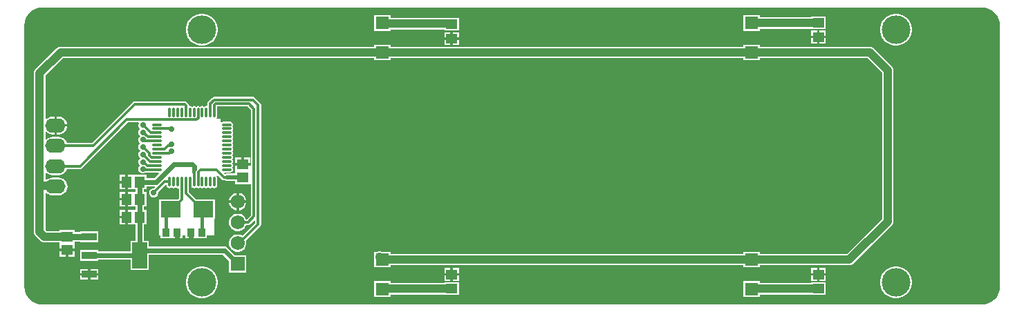
<source format=gbl>
G04*
G04 #@! TF.GenerationSoftware,Altium Limited,Altium Designer,22.9.1 (49)*
G04*
G04 Layer_Physical_Order=2*
G04 Layer_Color=16711680*
%FSLAX44Y44*%
%MOMM*%
G71*
G04*
G04 #@! TF.SameCoordinates,C968DB6C-065F-4184-BE5B-E643EC6D71FD*
G04*
G04*
G04 #@! TF.FilePolarity,Positive*
G04*
G01*
G75*
%ADD12R,1.6000X1.5000*%
%ADD13R,1.3500X1.1500*%
%ADD24C,0.5000*%
%ADD25C,0.3000*%
%ADD26C,1.0000*%
%ADD27C,0.8000*%
%ADD28O,2.5000X1.7500*%
%ADD29R,1.7250X1.7250*%
%ADD30C,1.7250*%
%ADD31C,3.5000*%
%ADD32C,0.7000*%
%ADD33O,0.3000X1.2000*%
%ADD34O,1.2000X0.3000*%
%ADD35R,1.3000X1.4000*%
%ADD36R,1.8500X0.9000*%
%ADD37R,1.8500X3.2000*%
%ADD38R,0.9000X1.0000*%
%ADD39R,2.4000X2.0000*%
%ADD40R,1.4000X1.3000*%
%ADD41C,0.6000*%
%ADD42C,0.4000*%
G36*
X1179337Y366803D02*
X1183507Y365538D01*
X1187350Y363484D01*
X1190719Y360719D01*
X1193484Y357350D01*
X1195538Y353507D01*
X1196803Y349337D01*
X1197219Y345114D01*
X1197196Y345000D01*
Y25000D01*
X1197219Y24886D01*
X1196803Y20663D01*
X1195538Y16493D01*
X1193484Y12650D01*
X1190719Y9281D01*
X1187350Y6516D01*
X1183507Y4462D01*
X1179337Y3197D01*
X1175114Y2781D01*
X1175000Y2804D01*
X25000D01*
X24886Y2781D01*
X20663Y3197D01*
X16493Y4462D01*
X12650Y6516D01*
X9281Y9281D01*
X6516Y12650D01*
X4462Y16493D01*
X3197Y20663D01*
X2781Y24886D01*
X2804Y25000D01*
Y345344D01*
X3197Y349337D01*
X4462Y353507D01*
X6516Y357350D01*
X9281Y360719D01*
X12650Y363484D01*
X16493Y365538D01*
X20663Y366803D01*
X24656Y367196D01*
X1175000D01*
X1175114Y367219D01*
X1179337Y366803D01*
D02*
G37*
%LPC*%
G36*
X903000Y357500D02*
X883000D01*
Y338500D01*
X903000D01*
Y341190D01*
X966250D01*
Y340750D01*
X983750D01*
Y356250D01*
X966250D01*
Y355310D01*
X903000D01*
Y357500D01*
D02*
G37*
G36*
X451000D02*
X431000D01*
Y338500D01*
X451000D01*
Y340190D01*
X517250D01*
Y338750D01*
X534750D01*
Y354250D01*
X525709D01*
X525250Y354310D01*
X451000D01*
Y357500D01*
D02*
G37*
G36*
X983750Y338750D02*
X976500D01*
Y332500D01*
X983750D01*
Y338750D01*
D02*
G37*
G36*
X973500D02*
X966250D01*
Y332500D01*
X973500D01*
Y338750D01*
D02*
G37*
G36*
X534750Y336750D02*
X527500D01*
Y330500D01*
X534750D01*
Y336750D01*
D02*
G37*
G36*
X524500D02*
X517250D01*
Y330500D01*
X524500D01*
Y336750D01*
D02*
G37*
G36*
X983750Y329500D02*
X976500D01*
Y323250D01*
X983750D01*
Y329500D01*
D02*
G37*
G36*
X973500D02*
X966250D01*
Y323250D01*
X973500D01*
Y329500D01*
D02*
G37*
G36*
X534750Y327500D02*
X527500D01*
Y321250D01*
X534750D01*
Y327500D01*
D02*
G37*
G36*
X524500D02*
X517250D01*
Y321250D01*
X524500D01*
Y327500D01*
D02*
G37*
G36*
X1071921Y359500D02*
X1068079D01*
X1064312Y358751D01*
X1060763Y357281D01*
X1057570Y355147D01*
X1054853Y352430D01*
X1052719Y349237D01*
X1051249Y345688D01*
X1050500Y341921D01*
Y338079D01*
X1051249Y334312D01*
X1052719Y330763D01*
X1054853Y327569D01*
X1057570Y324853D01*
X1060763Y322719D01*
X1064312Y321249D01*
X1068079Y320500D01*
X1071921D01*
X1075688Y321249D01*
X1079237Y322719D01*
X1082430Y324853D01*
X1085147Y327569D01*
X1087281Y330763D01*
X1088751Y334312D01*
X1089500Y338079D01*
Y341921D01*
X1088751Y345688D01*
X1087281Y349237D01*
X1085147Y352430D01*
X1082430Y355147D01*
X1079237Y357281D01*
X1075688Y358751D01*
X1071921Y359500D01*
D02*
G37*
G36*
X221921D02*
X218079D01*
X214312Y358751D01*
X210763Y357281D01*
X207570Y355147D01*
X204853Y352430D01*
X202719Y349237D01*
X201249Y345688D01*
X200500Y341921D01*
Y338079D01*
X201249Y334312D01*
X202719Y330763D01*
X204853Y327569D01*
X207570Y324853D01*
X210763Y322719D01*
X214312Y321249D01*
X218079Y320500D01*
X221921D01*
X225688Y321249D01*
X229237Y322719D01*
X232430Y324853D01*
X235147Y327569D01*
X237281Y330763D01*
X238751Y334312D01*
X239500Y338079D01*
Y341921D01*
X238751Y345688D01*
X237281Y349237D01*
X235147Y352430D01*
X232430Y355147D01*
X229237Y357281D01*
X225688Y358751D01*
X221921Y359500D01*
D02*
G37*
G36*
X903000Y321500D02*
X883000D01*
Y319060D01*
X451000D01*
Y321500D01*
X431000D01*
Y319060D01*
X47000D01*
X45173Y318820D01*
X43470Y318114D01*
X42008Y316992D01*
X16508Y291492D01*
X15386Y290030D01*
X14680Y288327D01*
X14440Y286500D01*
Y149000D01*
X14505Y148506D01*
Y91858D01*
X14745Y90030D01*
X15451Y88328D01*
X16573Y86865D01*
X22430Y81007D01*
X23893Y79886D01*
X25596Y79180D01*
X27423Y78940D01*
X46000D01*
Y71500D01*
X64000D01*
Y79882D01*
X70750D01*
Y79500D01*
X93250D01*
Y92500D01*
X70750D01*
Y92118D01*
X64000D01*
Y94500D01*
X46000D01*
Y93060D01*
X30347D01*
X28625Y94782D01*
Y139145D01*
X29895Y139593D01*
X31829Y138110D01*
X34444Y137027D01*
X37250Y136657D01*
X44750D01*
X47556Y137027D01*
X50171Y138110D01*
X52417Y139833D01*
X54140Y142079D01*
X55223Y144694D01*
X55593Y147500D01*
X55223Y150306D01*
X54140Y152921D01*
X52417Y155167D01*
X50171Y156890D01*
X47556Y157973D01*
X44750Y158343D01*
X37250D01*
X34444Y157973D01*
X31829Y156890D01*
X30663Y155995D01*
X28560D01*
Y164258D01*
X29830Y164643D01*
X31829Y163110D01*
X34444Y162027D01*
X37250Y161657D01*
X44750D01*
X47556Y162027D01*
X50171Y163110D01*
X52417Y164833D01*
X54140Y167079D01*
X54908Y168932D01*
X70966D01*
X72331Y169203D01*
X73489Y169977D01*
X129701Y226189D01*
X141897D01*
X142746Y224919D01*
X142404Y224094D01*
Y221906D01*
X143241Y219884D01*
X144674Y218452D01*
X143241Y217019D01*
X142404Y214998D01*
Y212810D01*
X143241Y210788D01*
X144578Y209452D01*
X143241Y208116D01*
X142404Y206094D01*
Y203906D01*
X143241Y201884D01*
X144674Y200452D01*
X143241Y199019D01*
X142404Y196998D01*
Y194810D01*
X143241Y192788D01*
X144578Y191452D01*
X143241Y190116D01*
X142404Y188094D01*
Y185906D01*
X143241Y183885D01*
X144783Y182342D01*
X143241Y180800D01*
X142404Y178779D01*
Y176591D01*
X143241Y174569D01*
X144468Y173342D01*
X143241Y172115D01*
X142404Y170094D01*
Y167906D01*
X143241Y165884D01*
X144788Y164337D01*
X146810Y163500D01*
X148998D01*
X151019Y164337D01*
X151613Y164931D01*
X167062D01*
X167549Y163758D01*
X161888Y158098D01*
X152500D01*
Y162000D01*
X129500D01*
Y153000D01*
Y144000D01*
X138902D01*
Y141000D01*
X129500D01*
Y132000D01*
Y123000D01*
X138902D01*
Y119000D01*
X129500D01*
Y110000D01*
Y101000D01*
X138902D01*
Y81000D01*
X132750D01*
Y68098D01*
X93250D01*
Y69500D01*
X70750D01*
Y56500D01*
X93250D01*
Y57902D01*
X132750D01*
Y45000D01*
X155250D01*
Y63902D01*
X245688D01*
X253375Y56215D01*
Y42175D01*
X274625D01*
Y63425D01*
X260585D01*
X251405Y72605D01*
X249751Y73710D01*
X247800Y74098D01*
X155250D01*
Y81000D01*
X149098D01*
Y101000D01*
X152500D01*
Y119000D01*
X149098D01*
Y123000D01*
X152500D01*
Y141000D01*
X149098D01*
Y144000D01*
X152500D01*
Y147902D01*
X162196D01*
X162682Y146729D01*
X161453Y145500D01*
X159906D01*
X157885Y144663D01*
X156337Y143116D01*
X155500Y141094D01*
Y138906D01*
X156337Y136884D01*
X157885Y135337D01*
X159906Y134500D01*
X162094D01*
X164116Y135337D01*
X165663Y136884D01*
X166500Y138906D01*
Y140453D01*
X175661Y149615D01*
X176931Y149167D01*
Y149000D01*
X177203Y147634D01*
X177977Y146477D01*
X179134Y145703D01*
X180500Y145431D01*
X181866Y145703D01*
X183000Y146461D01*
X184134Y145703D01*
X185500Y145431D01*
X186866Y145703D01*
X188000Y146461D01*
X189134Y145703D01*
X190500Y145431D01*
X190661Y145463D01*
X191931Y144421D01*
Y132978D01*
X190953Y132000D01*
X168000D01*
X167500Y87500D01*
X169750D01*
Y84000D01*
X182750D01*
Y84000D01*
X183250D01*
Y84000D01*
X196250D01*
Y87500D01*
X199750D01*
Y84000D01*
X212750D01*
Y84000D01*
X213250D01*
Y84000D01*
X226250D01*
Y87500D01*
X235000D01*
Y108000D01*
X236000D01*
Y132000D01*
X213047D01*
X204069Y140978D01*
Y144421D01*
X205339Y145463D01*
X205500Y145431D01*
X206866Y145703D01*
X208000Y146461D01*
X209134Y145703D01*
X210500Y145431D01*
X211866Y145703D01*
X213000Y146461D01*
X214134Y145703D01*
X215500Y145431D01*
X216866Y145703D01*
X218000Y146461D01*
X219134Y145703D01*
X220500Y145431D01*
X221866Y145703D01*
X223000Y146461D01*
X224134Y145703D01*
X225500Y145431D01*
X226866Y145703D01*
X228000Y146461D01*
X229134Y145703D01*
X230500Y145431D01*
X231866Y145703D01*
X233000Y146461D01*
X234134Y145703D01*
X235500Y145431D01*
X236866Y145703D01*
X238023Y146477D01*
X238797Y147634D01*
X239069Y149000D01*
Y158000D01*
X238797Y159366D01*
X238023Y160523D01*
X239227Y161727D01*
X244477Y156477D01*
X245634Y155703D01*
X247000Y155431D01*
X247678D01*
X248005Y155398D01*
X248140Y155375D01*
X248256Y155349D01*
X248327Y155327D01*
X248341Y155321D01*
X248381Y155296D01*
X248542Y155231D01*
X249244Y154761D01*
X251000Y154412D01*
X261000D01*
Y150500D01*
X279000D01*
Y166500D01*
Y173500D01*
X270000D01*
X261000D01*
Y166500D01*
Y163588D01*
X251000D01*
X249244Y163239D01*
X248541Y162769D01*
X248381Y162704D01*
X248358Y162689D01*
X247289Y163758D01*
X247775Y164931D01*
X255000D01*
X256366Y165203D01*
X257523Y165977D01*
X258297Y167134D01*
X258568Y168500D01*
X258297Y169866D01*
X257539Y171000D01*
X258297Y172134D01*
X258568Y173500D01*
X258297Y174866D01*
X257539Y176000D01*
X258297Y177134D01*
X258568Y178500D01*
X258297Y179866D01*
X257539Y181000D01*
X258297Y182134D01*
X258568Y183500D01*
X258297Y184866D01*
X257539Y186000D01*
X258297Y187134D01*
X258568Y188500D01*
X258297Y189866D01*
X257539Y191000D01*
X258297Y192134D01*
X258568Y193500D01*
X258297Y194866D01*
X257539Y196000D01*
X258297Y197134D01*
X258568Y198500D01*
X258297Y199866D01*
X257539Y201000D01*
X258297Y202134D01*
X258568Y203500D01*
X258297Y204866D01*
X257539Y206000D01*
X258297Y207134D01*
X258568Y208500D01*
X258297Y209866D01*
X257539Y211000D01*
X258297Y212134D01*
X258568Y213500D01*
X258297Y214866D01*
X257539Y216000D01*
X258297Y217134D01*
X258568Y218500D01*
X258297Y219866D01*
X257539Y221000D01*
X258297Y222134D01*
X258568Y223500D01*
X258297Y224866D01*
X257523Y226023D01*
X256366Y226797D01*
X255000Y227069D01*
X246000D01*
X244634Y226797D01*
X243973Y226355D01*
X242703Y226978D01*
Y230431D01*
X238736D01*
X238431Y230879D01*
X238174Y231701D01*
X238797Y232634D01*
X239069Y234000D01*
Y245931D01*
X276022D01*
X280431Y241522D01*
Y112478D01*
X275243Y107290D01*
X273968Y107450D01*
X273901Y107701D01*
X272502Y110124D01*
X270524Y112102D01*
X268101Y113501D01*
X265399Y114225D01*
X262601D01*
X259899Y113501D01*
X257476Y112102D01*
X255498Y110124D01*
X254099Y107701D01*
X253375Y104999D01*
Y102201D01*
X254099Y99499D01*
X255498Y97076D01*
X257476Y95098D01*
X259899Y93699D01*
X262601Y92975D01*
X265399D01*
X268101Y93699D01*
X270524Y95098D01*
X272502Y97076D01*
X273901Y99499D01*
X274044Y100031D01*
X276600D01*
X277966Y100303D01*
X279123Y101077D01*
X284258Y106211D01*
X285431Y105725D01*
Y102478D01*
X269973Y87020D01*
X268101Y88101D01*
X265399Y88825D01*
X262601D01*
X259899Y88101D01*
X257476Y86702D01*
X255498Y84724D01*
X254099Y82301D01*
X253375Y79599D01*
Y76801D01*
X254099Y74099D01*
X255498Y71676D01*
X257476Y69698D01*
X259899Y68299D01*
X262601Y67575D01*
X265399D01*
X268101Y68299D01*
X270524Y69698D01*
X272502Y71676D01*
X273901Y74099D01*
X274625Y76801D01*
Y79599D01*
X274207Y81160D01*
X291523Y98477D01*
X292297Y99634D01*
X292569Y101000D01*
Y248000D01*
X292297Y249366D01*
X291523Y250523D01*
X285523Y256523D01*
X284366Y257297D01*
X283000Y257569D01*
X235393D01*
X234028Y257297D01*
X232870Y256523D01*
X227977Y251630D01*
X227203Y250472D01*
X226931Y249107D01*
Y247579D01*
X225661Y246537D01*
X225500Y246569D01*
X224134Y246297D01*
X223000Y245539D01*
X221866Y246297D01*
X220500Y246569D01*
X219134Y246297D01*
X218000Y245539D01*
X216866Y246297D01*
X215500Y246569D01*
X214134Y246297D01*
X213000Y245539D01*
X211866Y246297D01*
X210500Y246569D01*
X209134Y246297D01*
X208000Y245539D01*
X206866Y246297D01*
X205500Y246569D01*
X205325Y246534D01*
X204089Y246501D01*
X203881Y247443D01*
X203797Y247866D01*
X203023Y249023D01*
X201266Y250781D01*
X200108Y251554D01*
X198743Y251826D01*
X138257D01*
X136892Y251554D01*
X135734Y250781D01*
X86022Y201069D01*
X54908D01*
X54140Y202921D01*
X52417Y205167D01*
X50171Y206890D01*
X47556Y207973D01*
X44750Y208343D01*
X37250D01*
X34444Y207973D01*
X31829Y206890D01*
X29830Y205357D01*
X28560Y205742D01*
Y214258D01*
X29830Y214643D01*
X31829Y213110D01*
X34444Y212027D01*
X37250Y211657D01*
X39500D01*
Y222500D01*
Y233343D01*
X37250D01*
X34444Y232973D01*
X31829Y231890D01*
X29830Y230357D01*
X28560Y230742D01*
Y283575D01*
X49925Y304940D01*
X431000D01*
Y302500D01*
X451000D01*
Y304940D01*
X883000D01*
Y302500D01*
X903000D01*
Y304940D01*
X1035076D01*
X1052940Y287076D01*
Y107924D01*
X1010076Y65060D01*
X903000D01*
Y67500D01*
X883000D01*
Y65060D01*
X451000D01*
Y67500D01*
X440600D01*
X439827Y67820D01*
X438000Y68060D01*
X436173Y67820D01*
X435401Y67500D01*
X431000D01*
Y61459D01*
X430940Y61000D01*
Y60500D01*
X431000Y60041D01*
Y48500D01*
X451000D01*
Y50940D01*
X883000D01*
Y48500D01*
X903000D01*
Y50940D01*
X1013000D01*
X1014827Y51180D01*
X1016530Y51885D01*
X1017992Y53007D01*
X1064992Y100007D01*
X1066115Y101470D01*
X1066820Y103173D01*
X1067060Y105000D01*
Y290000D01*
X1066820Y291827D01*
X1066115Y293530D01*
X1064992Y294993D01*
X1042992Y316992D01*
X1041530Y318114D01*
X1039827Y318820D01*
X1038000Y319060D01*
X903000D01*
Y321500D01*
D02*
G37*
G36*
X44750Y233343D02*
X42500D01*
Y224000D01*
X55395D01*
X55223Y225306D01*
X54140Y227921D01*
X52417Y230167D01*
X50171Y231890D01*
X47556Y232973D01*
X44750Y233343D01*
D02*
G37*
G36*
X55395Y221000D02*
X42500D01*
Y211657D01*
X44750D01*
X47556Y212027D01*
X50171Y213110D01*
X52417Y214833D01*
X54140Y217079D01*
X55223Y219694D01*
X55395Y221000D01*
D02*
G37*
G36*
X279000Y183500D02*
X271500D01*
Y176500D01*
X279000D01*
Y183500D01*
D02*
G37*
G36*
X268500D02*
X261000D01*
Y176500D01*
X268500D01*
Y183500D01*
D02*
G37*
G36*
X126500Y162000D02*
X119500D01*
Y154500D01*
X126500D01*
Y162000D01*
D02*
G37*
G36*
Y151500D02*
X119500D01*
Y144000D01*
X126500D01*
Y151500D01*
D02*
G37*
G36*
Y141000D02*
X119500D01*
Y133500D01*
X126500D01*
Y141000D01*
D02*
G37*
G36*
X265500Y139598D02*
Y130500D01*
X274598D01*
X273901Y133101D01*
X272502Y135524D01*
X270524Y137502D01*
X268101Y138901D01*
X265500Y139598D01*
D02*
G37*
G36*
X262500Y139598D02*
X259899Y138901D01*
X257476Y137502D01*
X255498Y135524D01*
X254099Y133101D01*
X253402Y130500D01*
X262500D01*
Y139598D01*
D02*
G37*
G36*
X126500Y130500D02*
X119500D01*
Y123000D01*
X126500D01*
Y130500D01*
D02*
G37*
G36*
X262500Y127500D02*
X253402D01*
X254099Y124899D01*
X255498Y122476D01*
X257476Y120498D01*
X259899Y119099D01*
X262500Y118402D01*
Y127500D01*
D02*
G37*
G36*
X274598D02*
X265500D01*
Y118402D01*
X268101Y119099D01*
X270524Y120498D01*
X272502Y122476D01*
X273901Y124899D01*
X274598Y127500D01*
D02*
G37*
G36*
X126500Y119000D02*
X119500D01*
Y111500D01*
X126500D01*
Y119000D01*
D02*
G37*
G36*
Y108500D02*
X119500D01*
Y101000D01*
X126500D01*
Y108500D01*
D02*
G37*
G36*
X64000Y68500D02*
X56500D01*
Y61500D01*
X64000D01*
Y68500D01*
D02*
G37*
G36*
X53500D02*
X46000D01*
Y61500D01*
X53500D01*
Y68500D01*
D02*
G37*
G36*
X93250Y46500D02*
X83500D01*
Y41500D01*
X93250D01*
Y46500D01*
D02*
G37*
G36*
X80500D02*
X70750D01*
Y41500D01*
X80500D01*
Y46500D01*
D02*
G37*
G36*
X983750Y47500D02*
X976500D01*
Y41250D01*
X983750D01*
Y47500D01*
D02*
G37*
G36*
X534750D02*
X527500D01*
Y41250D01*
X534750D01*
Y47500D01*
D02*
G37*
G36*
X524500D02*
X517250D01*
Y41250D01*
X524500D01*
Y47500D01*
D02*
G37*
G36*
X973500D02*
X966250D01*
Y41250D01*
X973500D01*
Y47500D01*
D02*
G37*
G36*
X93250Y38500D02*
X83500D01*
Y33500D01*
X93250D01*
Y38500D01*
D02*
G37*
G36*
X80500D02*
X70750D01*
Y33500D01*
X80500D01*
Y38500D01*
D02*
G37*
G36*
X983750Y38250D02*
X976500D01*
Y32000D01*
X983750D01*
Y38250D01*
D02*
G37*
G36*
X973500D02*
X966250D01*
Y32000D01*
X973500D01*
Y38250D01*
D02*
G37*
G36*
X534750D02*
X527500D01*
Y32000D01*
X534750D01*
Y38250D01*
D02*
G37*
G36*
X524500D02*
X517250D01*
Y32000D01*
X524500D01*
Y38250D01*
D02*
G37*
G36*
X903000Y31500D02*
X883000D01*
Y12500D01*
X903000D01*
Y15065D01*
X966250D01*
Y14500D01*
X983750D01*
Y30000D01*
X966250D01*
Y29185D01*
X903000D01*
Y31500D01*
D02*
G37*
G36*
X451000D02*
X431000D01*
Y12500D01*
X451000D01*
Y15065D01*
X517250D01*
Y14500D01*
X534750D01*
Y30000D01*
X517250D01*
Y29185D01*
X451000D01*
Y31500D01*
D02*
G37*
G36*
X1071921Y49500D02*
X1068079D01*
X1064312Y48751D01*
X1060763Y47281D01*
X1057570Y45147D01*
X1054853Y42431D01*
X1052719Y39237D01*
X1051249Y35688D01*
X1050500Y31921D01*
Y28079D01*
X1051249Y24312D01*
X1052719Y20763D01*
X1054853Y17570D01*
X1057570Y14853D01*
X1060763Y12719D01*
X1064312Y11249D01*
X1068079Y10500D01*
X1071921D01*
X1075688Y11249D01*
X1079237Y12719D01*
X1082430Y14853D01*
X1085147Y17570D01*
X1087281Y20763D01*
X1088751Y24312D01*
X1089500Y28079D01*
Y31921D01*
X1088751Y35688D01*
X1087281Y39237D01*
X1085147Y42431D01*
X1082430Y45147D01*
X1079237Y47281D01*
X1075688Y48751D01*
X1071921Y49500D01*
D02*
G37*
G36*
X221921D02*
X218079D01*
X214312Y48751D01*
X210763Y47281D01*
X207570Y45147D01*
X204853Y42431D01*
X202719Y39237D01*
X201249Y35688D01*
X200500Y31921D01*
Y28079D01*
X201249Y24312D01*
X202719Y20763D01*
X204853Y17570D01*
X207570Y14853D01*
X210763Y12719D01*
X214312Y11249D01*
X218079Y10500D01*
X221921D01*
X225688Y11249D01*
X229237Y12719D01*
X232430Y14853D01*
X235147Y17570D01*
X237281Y20763D01*
X238751Y24312D01*
X239500Y28079D01*
Y31921D01*
X238751Y35688D01*
X237281Y39237D01*
X235147Y42431D01*
X232430Y45147D01*
X229237Y47281D01*
X225688Y48751D01*
X221921Y49500D01*
D02*
G37*
%LPD*%
G36*
X212504Y166953D02*
X212398Y166671D01*
X212305Y166285D01*
X212224Y165794D01*
X212100Y164498D01*
X212006Y161770D01*
X212000Y160652D01*
X209000D01*
X208994Y161770D01*
X208695Y166285D01*
X208601Y166671D01*
X208496Y166953D01*
X208377Y167130D01*
X212623D01*
X212504Y166953D01*
D02*
G37*
G36*
X249499Y157001D02*
X249354Y157096D01*
X249186Y157181D01*
X248995Y157255D01*
X248780Y157320D01*
X248542Y157375D01*
X248280Y157420D01*
X247687Y157480D01*
X247355Y157495D01*
X247000Y157500D01*
Y160500D01*
X247355Y160505D01*
X248280Y160580D01*
X248542Y160625D01*
X248780Y160680D01*
X248995Y160745D01*
X249186Y160819D01*
X249354Y160904D01*
X249499Y160999D01*
Y157001D01*
D02*
G37*
D12*
X441000Y348000D02*
D03*
Y312000D02*
D03*
X893000Y348000D02*
D03*
Y312000D02*
D03*
Y22000D02*
D03*
Y58000D02*
D03*
X441000Y22000D02*
D03*
Y58000D02*
D03*
D13*
X526000Y329000D02*
D03*
Y346500D02*
D03*
X975000Y331000D02*
D03*
Y348500D02*
D03*
X975000Y39750D02*
D03*
Y22250D02*
D03*
X526000Y39750D02*
D03*
Y22250D02*
D03*
D24*
X251000Y159000D02*
X270000D01*
D25*
X283000Y254000D02*
X289000Y248000D01*
X266200Y78200D02*
X289000Y101000D01*
Y248000D01*
X205500Y144500D02*
X207500Y142500D01*
X205500Y144500D02*
Y153500D01*
X284000Y111000D02*
Y243000D01*
X276600Y103600D02*
X284000Y111000D01*
X264000Y103600D02*
X276600D01*
X264000Y78200D02*
X266200D01*
X277500Y249500D02*
X284000Y243000D01*
X237257Y249500D02*
X277500D01*
X235500Y238500D02*
Y247743D01*
X237257Y249500D01*
X235393Y254000D02*
X283000D01*
X230500Y249107D02*
X235393Y254000D01*
X230500Y238500D02*
Y249107D01*
X180620Y188500D02*
X183000Y190881D01*
Y191000D01*
X178533Y197533D02*
X179950D01*
X181918Y199500D02*
X183000D01*
X179950Y197533D02*
X181918Y199500D01*
X174500Y193500D02*
X178533Y197533D01*
X165500Y188500D02*
X180620D01*
X174500Y153500D02*
X180500D01*
X161000Y140000D02*
X174500Y153500D01*
X165500Y193500D02*
X174500D01*
X148000Y223000D02*
X157500Y213500D01*
X148410Y213904D02*
X153814Y208500D01*
X147904Y213904D02*
X148410D01*
X157500Y213500D02*
X165500D01*
X153814Y208500D02*
X165500D01*
X148000Y205000D02*
X149082D01*
X150582Y203500D01*
X182500Y218500D02*
X183000Y218000D01*
X165500Y218500D02*
X182500D01*
X150582Y203500D02*
X165500D01*
X148289Y195904D02*
X156000Y188192D01*
X147904Y195904D02*
X148289D01*
X156000Y186000D02*
Y188192D01*
Y186000D02*
X158500Y183500D01*
X165500D01*
X148000Y187000D02*
X156500Y178500D01*
X149135Y177685D02*
X153320Y173500D01*
X148000Y169000D02*
X148500Y168500D01*
X156500Y178500D02*
X165500D01*
X148052Y177685D02*
X149135D01*
X148500Y168500D02*
X165500D01*
X153320Y173500D02*
X165500D01*
X87500Y197500D02*
X138257Y248257D01*
X41000Y197500D02*
X87500D01*
X138257Y248257D02*
X198743D01*
X200500Y246500D01*
Y238500D02*
Y246500D01*
X70966Y172500D02*
X128223Y229757D01*
X178379D01*
X178636Y229500D01*
X215500Y231515D02*
Y238500D01*
X178636Y229500D02*
X213485D01*
X215500Y231515D01*
X41000Y172500D02*
X41000Y172500D01*
X70966D01*
X200500Y139500D02*
X220000Y120000D01*
X200500Y139500D02*
Y153500D01*
X220000Y120000D02*
X222000D01*
X195500Y131500D02*
Y153500D01*
X184000Y120000D02*
X195500Y131500D01*
X182000Y120000D02*
X184000D01*
X247000Y159000D02*
X251000D01*
X215500Y153500D02*
Y165415D01*
X218085Y168000D01*
X238000D01*
X210500Y153500D02*
Y169250D01*
X238000Y168000D02*
X247000Y159000D01*
D26*
X441000Y58000D02*
X893000D01*
X440500D02*
X441000D01*
X893000D02*
X1013000D01*
X1060000Y105000D01*
Y290000D01*
X1038000Y312000D02*
X1060000Y290000D01*
X893000Y312000D02*
X1038000D01*
X21565Y91858D02*
X27423Y86000D01*
X55000D01*
X21565Y91858D02*
Y148935D01*
X438000Y60500D02*
X440500Y58000D01*
X438000Y60500D02*
Y61000D01*
X21500Y149000D02*
Y286500D01*
X21565Y148935D02*
X39565D01*
X21500Y149000D02*
X21565Y148935D01*
X39565D02*
X41000Y147500D01*
X47000Y312000D02*
X441000D01*
X21500Y286500D02*
X47000Y312000D01*
X974750Y348250D02*
X975000Y348500D01*
X893000Y348000D02*
X893250Y348250D01*
X974750D01*
X441750Y347250D02*
X525250D01*
X441000Y348000D02*
X441750Y347250D01*
X525250D02*
X526000Y346500D01*
X441000Y312000D02*
X893000D01*
X893125Y22125D02*
X974875D01*
X975000Y22250D01*
X893000Y22000D02*
X893125Y22125D01*
X525875D02*
X526000Y22250D01*
X441000Y22000D02*
X441125Y22125D01*
X525875D01*
D27*
X55000Y86000D02*
X82000D01*
X55000Y86000D02*
X55000Y86000D01*
D28*
X41000Y197500D02*
D03*
Y147500D02*
D03*
Y172500D02*
D03*
Y222500D02*
D03*
D29*
X264000Y52800D02*
D03*
D30*
Y78200D02*
D03*
Y103600D02*
D03*
Y129000D02*
D03*
D31*
X1070000Y30000D02*
D03*
Y340000D02*
D03*
X220000Y30000D02*
D03*
Y340000D02*
D03*
D32*
X927500Y40000D02*
D03*
X942500D02*
D03*
X957500D02*
D03*
X995000Y25000D02*
D03*
Y40000D02*
D03*
X487500D02*
D03*
X505000D02*
D03*
X545000Y25000D02*
D03*
Y40000D02*
D03*
X480000Y330000D02*
D03*
X495000D02*
D03*
X507500D02*
D03*
X545000Y340000D02*
D03*
Y327500D02*
D03*
X932500Y330000D02*
D03*
X945000D02*
D03*
X957500D02*
D03*
X995000Y342500D02*
D03*
Y330000D02*
D03*
X149999Y285999D02*
D03*
X141999Y269999D02*
D03*
X125999Y29999D02*
D03*
X117999Y78000D02*
D03*
Y45999D02*
D03*
X109999Y29999D02*
D03*
X101999Y78000D02*
D03*
Y45999D02*
D03*
X94000Y29999D02*
D03*
X117999Y189999D02*
D03*
X109999Y173999D02*
D03*
Y141999D02*
D03*
X101999Y189999D02*
D03*
X94000Y173999D02*
D03*
X101999Y157999D02*
D03*
X78000Y205999D02*
D03*
X85999Y157999D02*
D03*
X1125999Y253999D02*
D03*
X1117999Y237999D02*
D03*
X1125999Y221999D02*
D03*
X1117999Y205999D02*
D03*
X1125999Y189999D02*
D03*
X1117999Y173999D02*
D03*
X1109999Y253999D02*
D03*
X1101999Y237999D02*
D03*
X1109999Y221999D02*
D03*
X1101999Y205999D02*
D03*
X1109999Y189999D02*
D03*
X1101999Y173999D02*
D03*
X1093999Y253999D02*
D03*
X1085999Y237999D02*
D03*
X1093999Y221999D02*
D03*
X1085999Y205999D02*
D03*
X1093999Y189999D02*
D03*
X1085999Y173999D02*
D03*
X1077999Y253999D02*
D03*
Y221999D02*
D03*
Y189999D02*
D03*
X1021999Y237999D02*
D03*
Y205999D02*
D03*
Y173999D02*
D03*
X997999Y253999D02*
D03*
X989999Y237999D02*
D03*
X997999Y221999D02*
D03*
X989999Y205999D02*
D03*
X997999Y189999D02*
D03*
X989999Y173999D02*
D03*
X965999Y189999D02*
D03*
X941999Y237999D02*
D03*
X933999Y253999D02*
D03*
X925999Y237999D02*
D03*
X933999Y221999D02*
D03*
X925999Y205999D02*
D03*
X933999Y189999D02*
D03*
X925999Y173999D02*
D03*
X917999Y253999D02*
D03*
X909999Y237999D02*
D03*
X917999Y221999D02*
D03*
X909999Y205999D02*
D03*
X917999Y189999D02*
D03*
X909999Y173999D02*
D03*
X901999Y253999D02*
D03*
Y221999D02*
D03*
Y189999D02*
D03*
X877999Y237999D02*
D03*
Y205999D02*
D03*
X845999Y237999D02*
D03*
Y205999D02*
D03*
Y173999D02*
D03*
X837999Y253999D02*
D03*
X829999Y237999D02*
D03*
X837999Y221999D02*
D03*
X829999Y205999D02*
D03*
X837999Y189999D02*
D03*
X829999Y173999D02*
D03*
X821999Y253999D02*
D03*
X813999Y237999D02*
D03*
X821999Y221999D02*
D03*
X813999Y205999D02*
D03*
X821999Y189999D02*
D03*
X813999Y173999D02*
D03*
X789999Y221999D02*
D03*
Y189999D02*
D03*
X749999Y237999D02*
D03*
X757999Y221999D02*
D03*
X749999Y205999D02*
D03*
X757999Y189999D02*
D03*
X749999Y173999D02*
D03*
X733999Y237999D02*
D03*
X741999Y221999D02*
D03*
X733999Y205999D02*
D03*
X741999Y189999D02*
D03*
X733999Y173999D02*
D03*
X717999Y237999D02*
D03*
X725999Y221999D02*
D03*
X717999Y205999D02*
D03*
X725999Y189999D02*
D03*
X717999Y173999D02*
D03*
X701999Y237999D02*
D03*
X709999Y221999D02*
D03*
X701999Y205999D02*
D03*
X709999Y189999D02*
D03*
X701999Y173999D02*
D03*
X693999Y221999D02*
D03*
Y189999D02*
D03*
X653999Y237999D02*
D03*
X661999Y221999D02*
D03*
X653999Y205999D02*
D03*
Y173999D02*
D03*
X637999Y237999D02*
D03*
X645999Y221999D02*
D03*
X637999Y205999D02*
D03*
Y173999D02*
D03*
X621999Y237999D02*
D03*
X629999Y221999D02*
D03*
X621999Y205999D02*
D03*
Y173999D02*
D03*
X605999Y237999D02*
D03*
X613999Y221999D02*
D03*
X605999Y205999D02*
D03*
Y173999D02*
D03*
X573999Y237999D02*
D03*
X557999D02*
D03*
X565999Y221999D02*
D03*
X557999Y205999D02*
D03*
Y173999D02*
D03*
X541999Y237999D02*
D03*
X549999Y221999D02*
D03*
X541999Y205999D02*
D03*
Y173999D02*
D03*
X525999Y237999D02*
D03*
X533999Y221999D02*
D03*
X525999Y205999D02*
D03*
Y173999D02*
D03*
X509999Y237999D02*
D03*
X517999Y221999D02*
D03*
X509999Y205999D02*
D03*
Y173999D02*
D03*
X477999Y237999D02*
D03*
Y205999D02*
D03*
X461999Y237999D02*
D03*
X469999Y221999D02*
D03*
X461999Y205999D02*
D03*
X445999Y237999D02*
D03*
X453999Y221999D02*
D03*
X445999Y205999D02*
D03*
X429999Y237999D02*
D03*
X437999Y221999D02*
D03*
X429999Y205999D02*
D03*
X421999Y221999D02*
D03*
X381999Y237999D02*
D03*
X389999Y221999D02*
D03*
X381999Y205999D02*
D03*
X365999Y237999D02*
D03*
X373999Y221999D02*
D03*
X365999Y205999D02*
D03*
X349999Y237999D02*
D03*
X357999Y221999D02*
D03*
X349999Y205999D02*
D03*
X333999Y237999D02*
D03*
X341999Y221999D02*
D03*
X333999Y205999D02*
D03*
X325999Y221999D02*
D03*
X269999Y237999D02*
D03*
Y205999D02*
D03*
X253999Y237999D02*
D03*
X261999Y221999D02*
D03*
X220000Y137500D02*
D03*
X230000D02*
D03*
X240000D02*
D03*
Y127500D02*
D03*
Y117500D02*
D03*
Y107500D02*
D03*
Y97500D02*
D03*
Y87500D02*
D03*
X230000Y80000D02*
D03*
X220000D02*
D03*
X210000D02*
D03*
X187500Y137500D02*
D03*
X177500D02*
D03*
X162500Y125000D02*
D03*
Y115000D02*
D03*
Y105000D02*
D03*
Y95000D02*
D03*
Y85000D02*
D03*
X170000Y80000D02*
D03*
X180000D02*
D03*
X190000D02*
D03*
X200000D02*
D03*
X183000Y199500D02*
D03*
Y191000D02*
D03*
X161000Y140000D02*
D03*
X147904Y213904D02*
D03*
Y205000D02*
D03*
X183000Y218000D02*
D03*
X147904Y223000D02*
D03*
Y195904D02*
D03*
Y177685D02*
D03*
Y169000D02*
D03*
Y187000D02*
D03*
D33*
X235500Y153500D02*
D03*
X230500D02*
D03*
X225500D02*
D03*
X220500D02*
D03*
X215500D02*
D03*
X210500D02*
D03*
X205500D02*
D03*
X200500D02*
D03*
X195500D02*
D03*
X190500D02*
D03*
X185500D02*
D03*
X180500D02*
D03*
Y238500D02*
D03*
X185500D02*
D03*
X190500D02*
D03*
X195500D02*
D03*
X200500D02*
D03*
X205500D02*
D03*
X210500D02*
D03*
X215500D02*
D03*
X220500D02*
D03*
X225500D02*
D03*
X230500D02*
D03*
X235500D02*
D03*
D34*
X165500Y168500D02*
D03*
Y173500D02*
D03*
Y178500D02*
D03*
Y183500D02*
D03*
Y188500D02*
D03*
Y193500D02*
D03*
Y198500D02*
D03*
Y203500D02*
D03*
Y208500D02*
D03*
Y213500D02*
D03*
Y218500D02*
D03*
Y223500D02*
D03*
X250500D02*
D03*
Y218500D02*
D03*
Y213500D02*
D03*
Y208500D02*
D03*
Y203500D02*
D03*
Y198500D02*
D03*
Y193500D02*
D03*
Y188500D02*
D03*
Y183500D02*
D03*
Y178500D02*
D03*
Y173500D02*
D03*
Y168500D02*
D03*
D35*
X128000Y153000D02*
D03*
X144000D02*
D03*
X128000Y132000D02*
D03*
X144000D02*
D03*
X144000Y110000D02*
D03*
X128000D02*
D03*
D36*
X82000Y40000D02*
D03*
Y63000D02*
D03*
Y86000D02*
D03*
D37*
X144000Y63000D02*
D03*
D38*
X189750Y91000D02*
D03*
X176250D02*
D03*
X206250D02*
D03*
X219750D02*
D03*
D39*
X222000Y120000D02*
D03*
X182000D02*
D03*
D40*
X270000Y175000D02*
D03*
Y159000D02*
D03*
X55000Y86000D02*
D03*
Y70000D02*
D03*
D41*
X206250Y82400D02*
Y91000D01*
X210000Y80000D02*
Y80271D01*
X189875Y80125D02*
X190000Y80000D01*
X189750Y91000D02*
X189875Y90875D01*
Y80125D02*
Y90875D01*
X247800Y69000D02*
X264000Y52800D01*
X150000Y69000D02*
X247800D01*
X144000Y63000D02*
X150000Y69000D01*
X144000Y63000D02*
Y132000D01*
X82000Y63000D02*
X144000D01*
X164000Y153000D02*
X185500Y174500D01*
X208130D01*
X210500Y172130D01*
Y169250D02*
Y172130D01*
X144000Y153000D02*
X164000D01*
X144000Y132000D02*
Y153000D01*
Y63000D02*
X144000Y63000D01*
D42*
X219750Y91000D02*
Y117750D01*
X222000Y120000D01*
X176250Y114250D02*
X182000Y120000D01*
X176250Y91000D02*
Y114250D01*
M02*

</source>
